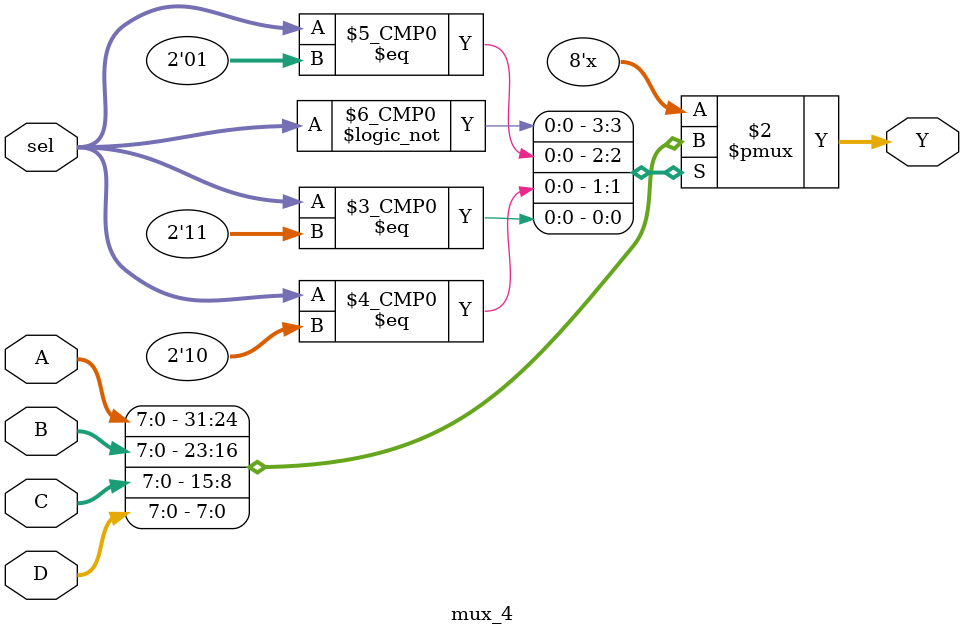
<source format=v>

module mux_4(A, B, C, D, sel, Y);
	input [7:0] A, B, C, D;
	input [1:0] sel;
	output [7:0] Y;
	reg [7:0] Y;
	
	always @(sel or A or B or C or D)
		case (sel)
			2'b00: Y <= A;
			2'b01: Y <= B;
			2'b10: Y <= C;
			2'b11: Y <= D;
		endcase
endmodule
		
</source>
